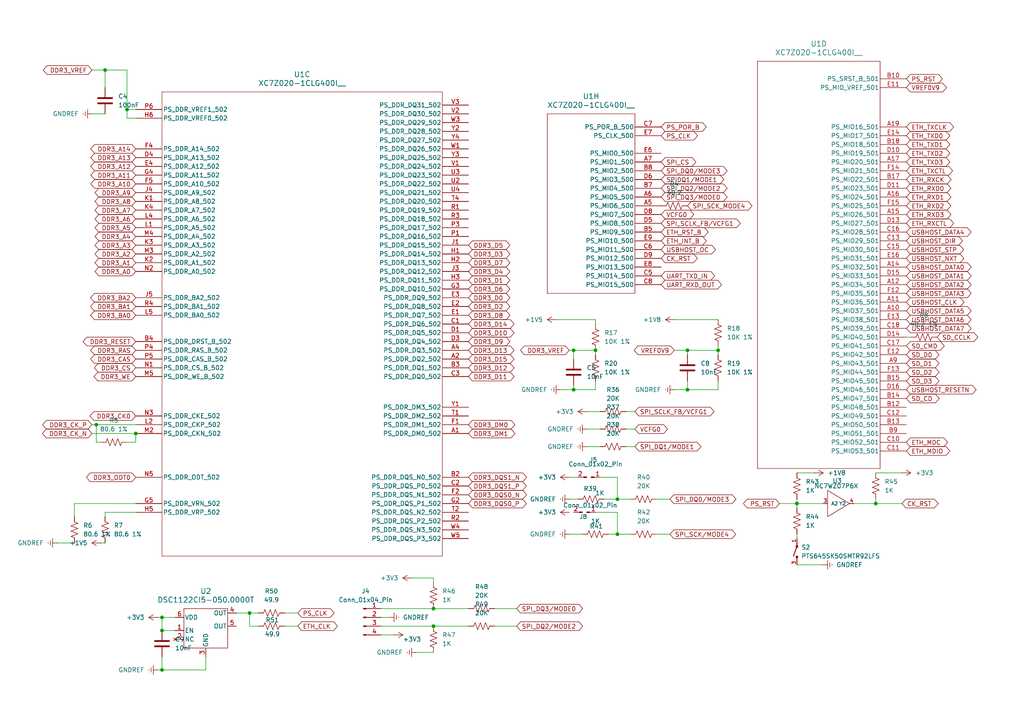
<source format=kicad_sch>
(kicad_sch (version 20231120) (generator "eeschema") (generator_version "8.0")
  (paper "A4")
  (junction (at 36.83 31.75))
  (junction (at 172.72 101.6))
  (junction (at 125.73 181.61))
  (junction (at 199.39 101.6))
  (junction (at 46.99 194.31))
  (junction (at 231.14 146.05))
  (junction (at 46.99 179.07))
  (junction (at 254 146.05))
  (junction (at 166.37 101.6))
  (junction (at 166.37 113.03))
  (junction (at 46.99 182.88))
  (junction (at 179.07 154.94))
  (junction (at 39.37 125.73))
  (junction (at 179.07 144.78))
  (junction (at 199.39 113.03))
  (junction (at 72.39 177.8))
  (junction (at 27.94 123.19))
  (junction (at 208.28 101.6))
  (junction (at 30.48 20.32))
  (junction (at 125.73 176.53))
  (wire (pts (xy 181.61 124.46) (xy 184.15 124.46)))
  (wire (pts (xy 231.14 146.05) (xy 231.14 147.32)))
  (wire (pts (xy 82.55 181.61) (xy 86.36 181.61)))
  (wire (pts (xy 165.1 138.43) (xy 167.64 138.43)))
  (wire (pts (xy 195.58 92.71) (xy 208.28 92.71)))
  (wire (pts (xy 166.37 111.76) (xy 166.37 113.03)))
  (wire (pts (xy 166.37 113.03) (xy 162.56 113.03)))
  (wire (pts (xy 165.1 144.78) (xy 167.64 144.78)))
  (wire (pts (xy 68.58 177.8) (xy 72.39 177.8)))
  (wire (pts (xy 143.51 176.53) (xy 149.86 176.53)))
  (wire (pts (xy 231.14 146.05) (xy 238.76 146.05)))
  (wire (pts (xy 199.39 110.49) (xy 199.39 113.03)))
  (wire (pts (xy 179.07 144.78) (xy 182.88 144.78)))
  (wire (pts (xy 179.07 148.59) (xy 179.07 154.94)))
  (wire (pts (xy 199.39 102.87) (xy 199.39 101.6)))
  (wire (pts (xy 72.39 177.8) (xy 74.93 177.8)))
  (wire (pts (xy 176.53 154.94) (xy 179.07 154.94)))
  (wire (pts (xy 125.73 181.61) (xy 135.89 181.61)))
  (wire (pts (xy 166.37 101.6) (xy 165.1 101.6)))
  (wire (pts (xy 30.48 148.59) (xy 39.37 148.59)))
  (wire (pts (xy 46.99 190.5) (xy 46.99 194.31)))
  (wire (pts (xy 166.37 101.6) (xy 172.72 101.6)))
  (wire (pts (xy 172.72 93.98) (xy 172.72 92.71)))
  (wire (pts (xy 208.28 101.6) (xy 199.39 101.6)))
  (wire (pts (xy 179.07 138.43) (xy 179.07 144.78)))
  (wire (pts (xy 30.48 20.32) (xy 26.67 20.32)))
  (wire (pts (xy 172.72 113.03) (xy 166.37 113.03)))
  (wire (pts (xy 110.49 179.07) (xy 113.03 179.07)))
  (wire (pts (xy 254 137.16) (xy 261.62 137.16)))
  (wire (pts (xy 21.59 149.86) (xy 21.59 146.05)))
  (wire (pts (xy 254 146.05) (xy 261.62 146.05)))
  (wire (pts (xy 45.72 179.07) (xy 46.99 179.07)))
  (wire (pts (xy 199.39 101.6) (xy 195.58 101.6)))
  (wire (pts (xy 247.65 146.05) (xy 254 146.05)))
  (wire (pts (xy 175.26 144.78) (xy 179.07 144.78)))
  (wire (pts (xy 72.39 181.61) (xy 72.39 177.8)))
  (wire (pts (xy 173.99 138.43) (xy 179.07 138.43)))
  (wire (pts (xy 231.14 163.83) (xy 238.76 163.83)))
  (wire (pts (xy 30.48 149.86) (xy 30.48 148.59)))
  (wire (pts (xy 46.99 194.31) (xy 59.69 194.31)))
  (wire (pts (xy 208.28 110.49) (xy 208.28 113.03)))
  (wire (pts (xy 39.37 34.29) (xy 36.83 34.29)))
  (wire (pts (xy 29.21 157.48) (xy 30.48 157.48)))
  (wire (pts (xy 190.5 154.94) (xy 194.31 154.94)))
  (wire (pts (xy 16.51 157.48) (xy 21.59 157.48)))
  (wire (pts (xy 262.89 97.79) (xy 264.16 97.79)))
  (wire (pts (xy 45.72 194.31) (xy 46.99 194.31)))
  (wire (pts (xy 170.18 129.54) (xy 173.99 129.54)))
  (wire (pts (xy 166.37 104.14) (xy 166.37 101.6)))
  (wire (pts (xy 172.72 101.6) (xy 172.72 102.87)))
  (wire (pts (xy 208.28 113.03) (xy 199.39 113.03)))
  (wire (pts (xy 226.06 146.05) (xy 231.14 146.05)))
  (wire (pts (xy 110.49 184.15) (xy 114.3 184.15)))
  (wire (pts (xy 170.18 124.46) (xy 173.99 124.46)))
  (wire (pts (xy 208.28 100.33) (xy 208.28 101.6)))
  (wire (pts (xy 172.72 148.59) (xy 179.07 148.59)))
  (wire (pts (xy 46.99 179.07) (xy 46.99 182.88)))
  (wire (pts (xy 27.94 123.19) (xy 39.37 123.19)))
  (wire (pts (xy 82.55 177.8) (xy 86.36 177.8)))
  (wire (pts (xy 39.37 125.73) (xy 39.37 128.27)))
  (wire (pts (xy 26.67 123.19) (xy 27.94 123.19)))
  (wire (pts (xy 26.67 33.02) (xy 30.48 33.02)))
  (wire (pts (xy 199.39 113.03) (xy 195.58 113.03)))
  (wire (pts (xy 119.38 167.64) (xy 125.73 167.64)))
  (wire (pts (xy 172.72 110.49) (xy 172.72 113.03)))
  (wire (pts (xy 231.14 137.16) (xy 236.22 137.16)))
  (wire (pts (xy 29.21 128.27) (xy 27.94 128.27)))
  (wire (pts (xy 165.1 154.94) (xy 168.91 154.94)))
  (wire (pts (xy 39.37 31.75) (xy 36.83 31.75)))
  (wire (pts (xy 125.73 176.53) (xy 135.89 176.53)))
  (wire (pts (xy 231.14 144.78) (xy 231.14 146.05)))
  (wire (pts (xy 161.29 92.71) (xy 172.72 92.71)))
  (wire (pts (xy 181.61 119.38) (xy 184.15 119.38)))
  (wire (pts (xy 254 144.78) (xy 254 146.05)))
  (wire (pts (xy 74.93 181.61) (xy 72.39 181.61)))
  (wire (pts (xy 190.5 144.78) (xy 194.31 144.78)))
  (wire (pts (xy 110.49 181.61) (xy 125.73 181.61)))
  (wire (pts (xy 30.48 20.32) (xy 36.83 20.32)))
  (wire (pts (xy 143.51 181.61) (xy 149.86 181.61)))
  (wire (pts (xy 181.61 129.54) (xy 184.15 129.54)))
  (wire (pts (xy 36.83 34.29) (xy 36.83 31.75)))
  (wire (pts (xy 46.99 179.07) (xy 50.8 179.07)))
  (wire (pts (xy 170.18 119.38) (xy 173.99 119.38)))
  (wire (pts (xy 120.65 189.23) (xy 125.73 189.23)))
  (wire (pts (xy 26.67 125.73) (xy 39.37 125.73)))
  (wire (pts (xy 231.14 154.94) (xy 231.14 156.21)))
  (wire (pts (xy 59.69 194.31) (xy 59.69 190.5)))
  (wire (pts (xy 125.73 167.64) (xy 125.73 168.91)))
  (wire (pts (xy 110.49 176.53) (xy 125.73 176.53)))
  (wire (pts (xy 36.83 31.75) (xy 36.83 20.32)))
  (wire (pts (xy 30.48 25.4) (xy 30.48 20.32)))
  (wire (pts (xy 46.99 182.88) (xy 50.8 182.88)))
  (wire (pts (xy 208.28 101.6) (xy 208.28 102.87)))
  (wire (pts (xy 39.37 128.27) (xy 36.83 128.27)))
  (wire (pts (xy 179.07 154.94) (xy 182.88 154.94)))
  (wire (pts (xy 21.59 146.05) (xy 39.37 146.05)))
  (wire (pts (xy 27.94 123.19) (xy 27.94 128.27)))
  (global_label "SPI_CS" (shape bidirectional) (at 191.77 46.99 0) (property "Intersheetrefs" "${INTERSHEET_REFS}" (effects (hide yes))))
  (global_label "SD_CD" (shape bidirectional) (at 262.89 115.57 0) (property "Intersheetrefs" "${INTERSHEET_REFS}" (effects (hide yes))))
  (global_label "PS_CLK" (shape bidirectional) (at 86.36 177.8 0) (property "Intersheetrefs" "${INTERSHEET_REFS}" (effects (hide yes))))
  (global_label "VCFG0" (shape bidirectional) (at 191.77 62.23 0) (property "Intersheetrefs" "${INTERSHEET_REFS}" (effects (hide yes))))
  (global_label "DDR3_D2" (shape bidirectional) (at 135.89 88.9 0) (property "Intersheetrefs" "${INTERSHEET_REFS}" (effects (hide yes))))
  (global_label "SPI_DQ2{slash}MODE2" (shape bidirectional) (at 149.86 181.61 0) (property "Intersheetrefs" "${INTERSHEET_REFS}" (effects (hide yes))))
  (global_label "SD_D1" (shape bidirectional) (at 262.89 105.41 0) (property "Intersheetrefs" "${INTERSHEET_REFS}" (effects (hide yes))))
  (global_label "DDR3_WE" (shape bidirectional) (at 39.37 109.22 180) (property "Intersheetrefs" "${INTERSHEET_REFS}" (effects (hide yes))))
  (global_label "USBHOST_DATA0" (shape bidirectional) (at 262.89 77.47 0) (property "Intersheetrefs" "${INTERSHEET_REFS}" (effects (hide yes))))
  (global_label "DDR3_A11" (shape bidirectional) (at 39.37 50.8 180) (property "Intersheetrefs" "${INTERSHEET_REFS}" (effects (hide yes))))
  (global_label "DDR3_VREF" (shape bidirectional) (at 165.1 101.6 180) (property "Intersheetrefs" "${INTERSHEET_REFS}" (effects (hide yes))))
  (global_label "SD_CMD" (shape bidirectional) (at 262.89 100.33 0) (property "Intersheetrefs" "${INTERSHEET_REFS}" (effects (hide yes))))
  (global_label "PS_POR_B" (shape bidirectional) (at 191.77 36.83 0) (property "Intersheetrefs" "${INTERSHEET_REFS}" (effects (hide yes))))
  (global_label "SPI_DQ3{slash}MODE0" (shape bidirectional) (at 149.86 176.53 0) (property "Intersheetrefs" "${INTERSHEET_REFS}" (effects (hide yes))))
  (global_label "ETH_RST_B" (shape bidirectional) (at 191.77 67.31 0) (property "Intersheetrefs" "${INTERSHEET_REFS}" (effects (hide yes))))
  (global_label "SD_D3" (shape bidirectional) (at 262.89 110.49 0) (property "Intersheetrefs" "${INTERSHEET_REFS}" (effects (hide yes))))
  (global_label "USBHOST_DIR" (shape bidirectional) (at 262.89 69.85 0) (property "Intersheetrefs" "${INTERSHEET_REFS}" (effects (hide yes))))
  (global_label "UART_RXD_OUT" (shape bidirectional) (at 191.77 82.55 0) (property "Intersheetrefs" "${INTERSHEET_REFS}" (effects (hide yes))))
  (global_label "DDR3_A4" (shape bidirectional) (at 39.37 68.58 180) (property "Intersheetrefs" "${INTERSHEET_REFS}" (effects (hide yes))))
  (global_label "VCFG0" (shape bidirectional) (at 184.15 124.46 0) (property "Intersheetrefs" "${INTERSHEET_REFS}" (effects (hide yes))))
  (global_label "DDR3_DQS1_N" (shape bidirectional) (at 135.89 138.43 0) (property "Intersheetrefs" "${INTERSHEET_REFS}" (effects (hide yes))))
  (global_label "UART_TXD_IN" (shape bidirectional) (at 191.77 80.01 0) (property "Intersheetrefs" "${INTERSHEET_REFS}" (effects (hide yes))))
  (global_label "PS_RST" (shape bidirectional) (at 262.89 22.86 0) (property "Intersheetrefs" "${INTERSHEET_REFS}" (effects (hide yes))))
  (global_label "USBHOST_DATA6" (shape bidirectional) (at 262.89 92.71 0) (property "Intersheetrefs" "${INTERSHEET_REFS}" (effects (hide yes))))
  (global_label "VREF0V9" (shape bidirectional) (at 262.89 25.4 0) (property "Intersheetrefs" "${INTERSHEET_REFS}" (effects (hide yes))))
  (global_label "SPI_SCK_MODE4" (shape bidirectional) (at 199.39 59.69 0) (property "Intersheetrefs" "${INTERSHEET_REFS}" (effects (hide yes))))
  (global_label "ETH_RXD2" (shape bidirectional) (at 262.89 59.69 0) (property "Intersheetrefs" "${INTERSHEET_REFS}" (effects (hide yes))))
  (global_label "DDR3_D7" (shape bidirectional) (at 135.89 76.2 0) (property "Intersheetrefs" "${INTERSHEET_REFS}" (effects (hide yes))))
  (global_label "DDR3_CK_P" (shape bidirectional) (at 26.67 123.19 180) (property "Intersheetrefs" "${INTERSHEET_REFS}" (effects (hide yes))))
  (global_label "DDR3_D8" (shape bidirectional) (at 135.89 91.44 0) (property "Intersheetrefs" "${INTERSHEET_REFS}" (effects (hide yes))))
  (global_label "SPI_DQ0{slash}MODE3" (shape bidirectional) (at 194.31 144.78 0) (property "Intersheetrefs" "${INTERSHEET_REFS}" (effects (hide yes))))
  (global_label "SD_D0" (shape bidirectional) (at 262.89 102.87 0) (property "Intersheetrefs" "${INTERSHEET_REFS}" (effects (hide yes))))
  (global_label "ETH_TXD0" (shape bidirectional) (at 262.89 39.37 0) (property "Intersheetrefs" "${INTERSHEET_REFS}" (effects (hide yes))))
  (global_label "SPI_SCK{slash}MODE4" (shape bidirectional) (at 194.31 154.94 0) (property "Intersheetrefs" "${INTERSHEET_REFS}" (effects (hide yes))))
  (global_label "DDR3_CAS" (shape bidirectional) (at 39.37 104.14 180) (property "Intersheetrefs" "${INTERSHEET_REFS}" (effects (hide yes))))
  (global_label "PS_RST" (shape bidirectional) (at 226.06 146.05 180) (property "Intersheetrefs" "${INTERSHEET_REFS}" (effects (hide yes))))
  (global_label "ETH_TXCTL" (shape bidirectional) (at 262.89 49.53 0) (property "Intersheetrefs" "${INTERSHEET_REFS}" (effects (hide yes))))
  (global_label "ETH_RXD1" (shape bidirectional) (at 262.89 57.15 0) (property "Intersheetrefs" "${INTERSHEET_REFS}" (effects (hide yes))))
  (global_label "USBHOST_DATA5" (shape bidirectional) (at 262.89 90.17 0) (property "Intersheetrefs" "${INTERSHEET_REFS}" (effects (hide yes))))
  (global_label "SD_CCLK" (shape bidirectional) (at 271.78 97.79 0) (property "Intersheetrefs" "${INTERSHEET_REFS}" (effects (hide yes))))
  (global_label "SPI_SCLK_FB{slash}VCFG1" (shape bidirectional) (at 191.77 64.77 0) (property "Intersheetrefs" "${INTERSHEET_REFS}" (effects (hide yes))))
  (global_label "USBHOST_STP" (shape bidirectional) (at 262.89 72.39 0) (property "Intersheetrefs" "${INTERSHEET_REFS}" (effects (hide yes))))
  (global_label "DDR3_DM0" (shape bidirectional) (at 135.89 123.19 0) (property "Intersheetrefs" "${INTERSHEET_REFS}" (effects (hide yes))))
  (global_label "DDR3_D9" (shape bidirectional) (at 135.89 99.06 0) (property "Intersheetrefs" "${INTERSHEET_REFS}" (effects (hide yes))))
  (global_label "USBHOST_RESETN" (shape bidirectional) (at 262.89 113.03 0) (property "Intersheetrefs" "${INTERSHEET_REFS}" (effects (hide yes))))
  (global_label "ETH_TXCLK" (shape bidirectional) (at 262.89 36.83 0) (property "Intersheetrefs" "${INTERSHEET_REFS}" (effects (hide yes))))
  (global_label "USBHOST_DATA4" (shape bidirectional) (at 262.89 67.31 0) (property "Intersheetrefs" "${INTERSHEET_REFS}" (effects (hide yes))))
  (global_label "DDR3_ODT0" (shape bidirectional) (at 39.37 138.43 180) (property "Intersheetrefs" "${INTERSHEET_REFS}" (effects (hide yes))))
  (global_label "DDR3_A9" (shape bidirectional) (at 39.37 55.88 180) (property "Intersheetrefs" "${INTERSHEET_REFS}" (effects (hide yes))))
  (global_label "USBHOST_DATA2" (shape bidirectional) (at 262.89 82.55 0) (property "Intersheetrefs" "${INTERSHEET_REFS}" (effects (hide yes))))
  (global_label "ETH_RXD3" (shape bidirectional) (at 262.89 62.23 0) (property "Intersheetrefs" "${INTERSHEET_REFS}" (effects (hide yes))))
  (global_label "SPI_DQ3{slash}MODE0" (shape bidirectional) (at 191.77 57.15 0) (property "Intersheetrefs" "${INTERSHEET_REFS}" (effects (hide yes))))
  (global_label "SD_D2" (shape bidirectional) (at 262.89 107.95 0) (property "Intersheetrefs" "${INTERSHEET_REFS}" (effects (hide yes))))
  (global_label "USBHOST_DATA7" (shape bidirectional) (at 262.89 95.25 0) (property "Intersheetrefs" "${INTERSHEET_REFS}" (effects (hide yes))))
  (global_label "ETH_TXD3" (shape bidirectional) (at 262.89 46.99 0) (property "Intersheetrefs" "${INTERSHEET_REFS}" (effects (hide yes))))
  (global_label "SPI_DQ0{slash}MODE3" (shape bidirectional) (at 191.77 49.53 0) (property "Intersheetrefs" "${INTERSHEET_REFS}" (effects (hide yes))))
  (global_label "DDR3_D3" (shape bidirectional) (at 135.89 73.66 0) (property "Intersheetrefs" "${INTERSHEET_REFS}" (effects (hide yes))))
  (global_label "DDR3_A0" (shape bidirectional) (at 39.37 78.74 180) (property "Intersheetrefs" "${INTERSHEET_REFS}" (effects (hide yes))))
  (global_label "DDR3_D10" (shape bidirectional) (at 135.89 96.52 0) (property "Intersheetrefs" "${INTERSHEET_REFS}" (effects (hide yes))))
  (global_label "DDR3_D12" (shape bidirectional) (at 135.89 106.68 0) (property "Intersheetrefs" "${INTERSHEET_REFS}" (effects (hide yes))))
  (global_label "CK_RST" (shape bidirectional) (at 261.62 146.05 0) (property "Intersheetrefs" "${INTERSHEET_REFS}" (effects (hide yes))))
  (global_label "DDR3_A1" (shape bidirectional) (at 39.37 76.2 180) (property "Intersheetrefs" "${INTERSHEET_REFS}" (effects (hide yes))))
  (global_label "DDR3_D15" (shape bidirectional) (at 135.89 104.14 0) (property "Intersheetrefs" "${INTERSHEET_REFS}" (effects (hide yes))))
  (global_label "DDR3_D4" (shape bidirectional) (at 135.89 78.74 0) (property "Intersheetrefs" "${INTERSHEET_REFS}" (effects (hide yes))))
  (global_label "DDR3_DQS0_P" (shape bidirectional) (at 135.89 146.05 0) (property "Intersheetrefs" "${INTERSHEET_REFS}" (effects (hide yes))))
  (global_label "DDR3_D13" (shape bidirectional) (at 135.89 101.6 0) (property "Intersheetrefs" "${INTERSHEET_REFS}" (effects (hide yes))))
  (global_label "ETH_MDIO" (shape bidirectional) (at 262.89 130.81 0) (property "Intersheetrefs" "${INTERSHEET_REFS}" (effects (hide yes))))
  (global_label "DDR3_CS" (shape bidirectional) (at 39.37 106.68 180) (property "Intersheetrefs" "${INTERSHEET_REFS}" (effects (hide yes))))
  (global_label "DDR3_D5" (shape bidirectional) (at 135.89 71.12 0) (property "Intersheetrefs" "${INTERSHEET_REFS}" (effects (hide yes))))
  (global_label "DDR3_A13" (shape bidirectional) (at 39.37 45.72 180) (property "Intersheetrefs" "${INTERSHEET_REFS}" (effects (hide yes))))
  (global_label "SPI_DQ2{slash}MODE2" (shape bidirectional) (at 191.77 54.61 0) (property "Intersheetrefs" "${INTERSHEET_REFS}" (effects (hide yes))))
  (global_label "DDR3_BA1" (shape bidirectional) (at 39.37 88.9 180) (property "Intersheetrefs" "${INTERSHEET_REFS}" (effects (hide yes))))
  (global_label "PS_CLK" (shape bidirectional) (at 191.77 39.37 0) (property "Intersheetrefs" "${INTERSHEET_REFS}" (effects (hide yes))))
  (global_label "USBHOST_CLK" (shape bidirectional) (at 262.89 87.63 0) (property "Intersheetrefs" "${INTERSHEET_REFS}" (effects (hide yes))))
  (global_label "DDR3_BA2" (shape bidirectional) (at 39.37 86.36 180) (property "Intersheetrefs" "${INTERSHEET_REFS}" (effects (hide yes))))
  (global_label "DDR3_A6" (shape bidirectional) (at 39.37 63.5 180) (property "Intersheetrefs" "${INTERSHEET_REFS}" (effects (hide yes))))
  (global_label "DDR3_A12" (shape bidirectional) (at 39.37 48.26 180) (property "Intersheetrefs" "${INTERSHEET_REFS}" (effects (hide yes))))
  (global_label "DDR3_DM1" (shape bidirectional) (at 135.89 125.73 0) (property "Intersheetrefs" "${INTERSHEET_REFS}" (effects (hide yes))))
  (global_label "DDR3_DQS1_P" (shape bidirectional) (at 135.89 140.97 0) (property "Intersheetrefs" "${INTERSHEET_REFS}" (effects (hide yes))))
  (global_label "USBHOST_DATA1" (shape bidirectional) (at 262.89 80.01 0) (property "Intersheetrefs" "${INTERSHEET_REFS}" (effects (hide yes))))
  (global_label "ETH_CLK" (shape bidirectional) (at 86.36 181.61 0) (property "Intersheetrefs" "${INTERSHEET_REFS}" (effects (hide yes))))
  (global_label "DDR3_A7" (shape bidirectional) (at 39.37 60.96 180) (property "Intersheetrefs" "${INTERSHEET_REFS}" (effects (hide yes))))
  (global_label "DDR3_DQS0_N" (shape bidirectional) (at 135.89 143.51 0) (property "Intersheetrefs" "${INTERSHEET_REFS}" (effects (hide yes))))
  (global_label "ETH_RXCTL" (shape bidirectional) (at 262.89 64.77 0) (property "Intersheetrefs" "${INTERSHEET_REFS}" (effects (hide yes))))
  (global_label "DDR3_A5" (shape bidirectional) (at 39.37 66.04 180) (property "Intersheetrefs" "${INTERSHEET_REFS}" (effects (hide yes))))
  (global_label "DDR3_RAS" (shape bidirectional) (at 39.37 101.6 180) (property "Intersheetrefs" "${INTERSHEET_REFS}" (effects (hide yes))))
  (global_label "DDR3_D6" (shape bidirectional) (at 135.89 83.82 0) (property "Intersheetrefs" "${INTERSHEET_REFS}" (effects (hide yes))))
  (global_label "DDR3_D14" (shape bidirectional) (at 135.89 93.98 0) (property "Intersheetrefs" "${INTERSHEET_REFS}" (effects (hide yes))))
  (global_label "SPI_DQ1{slash}MODE1" (shape bidirectional) (at 184.15 129.54 0) (property "Intersheetrefs" "${INTERSHEET_REFS}" (effects (hide yes))))
  (global_label "ETH_INT_B" (shape bidirectional) (at 191.77 69.85 0) (property "Intersheetrefs" "${INTERSHEET_REFS}" (effects (hide yes))))
  (global_label "DDR3_D11" (shape bidirectional) (at 135.89 109.22 0) (property "Intersheetrefs" "${INTERSHEET_REFS}" (effects (hide yes))))
  (global_label "VREF0V9" (shape bidirectional) (at 195.58 101.6 180) (property "Intersheetrefs" "${INTERSHEET_REFS}" (effects (hide yes))))
  (global_label "DDR3_CK0" (shape bidirectional) (at 39.37 120.65 180) (property "Intersheetrefs" "${INTERSHEET_REFS}" (effects (hide yes))))
  (global_label "ETH_TXD1" (shape bidirectional) (at 262.89 41.91 0) (property "Intersheetrefs" "${INTERSHEET_REFS}" (effects (hide yes))))
  (global_label "DDR3_A14" (shape bidirectional) (at 39.37 43.18 180) (property "Intersheetrefs" "${INTERSHEET_REFS}" (effects (hide yes))))
  (global_label "ETH_TXD2" (shape bidirectional) (at 262.89 44.45 0) (property "Intersheetrefs" "${INTERSHEET_REFS}" (effects (hide yes))))
  (global_label "DDR3_BA0" (shape bidirectional) (at 39.37 91.44 180) (property "Intersheetrefs" "${INTERSHEET_REFS}" (effects (hide yes))))
  (global_label "DDR3_A3" (shape bidirectional) (at 39.37 71.12 180) (property "Intersheetrefs" "${INTERSHEET_REFS}" (effects (hide yes))))
  (global_label "DDR3_A8" (shape bidirectional) (at 39.37 58.42 180) (property "Intersheetrefs" "${INTERSHEET_REFS}" (effects (hide yes))))
  (global_label "USBHOST_OC" (shape bidirectional) (at 191.77 72.39 0) (property "Intersheetrefs" "${INTERSHEET_REFS}" (effects (hide yes))))
  (global_label "USBHOST_DATA3" (shape bidirectional) (at 262.89 85.09 0) (property "Intersheetrefs" "${INTERSHEET_REFS}" (effects (hide yes))))
  (global_label "ETH_RXCK" (shape bidirectional) (at 262.89 52.07 0) (property "Intersheetrefs" "${INTERSHEET_REFS}" (effects (hide yes))))
  (global_label "DDR3_VREF" (shape bidirectional) (at 26.67 20.32 180) (property "Intersheetrefs" "${INTERSHEET_REFS}" (effects (hide yes))))
  (global_label "DDR3_A2" (shape bidirectional) (at 39.37 73.66 180) (property "Intersheetrefs" "${INTERSHEET_REFS}" (effects (hide yes))))
  (global_label "ETH_RXD0" (shape bidirectional) (at 262.89 54.61 0) (property "Intersheetrefs" "${INTERSHEET_REFS}" (effects (hide yes))))
  (global_label "SPIDQ1{slash}MODE1" (shape bidirectional) (at 191.77 52.07 0) (property "Intersheetrefs" "${INTERSHEET_REFS}" (effects (hide yes))))
  (global_label "USBHOST_NXT" (shape bidirectional) (at 262.89 74.93 0) (property "Intersheetrefs" "${INTERSHEET_REFS}" (effects (hide yes))))
  (global_label "CK_RST" (shape bidirectional) (at 191.77 74.93 0) (property "Intersheetrefs" "${INTERSHEET_REFS}" (effects (hide yes))))
  (global_label "DDR3_CK_N" (shape bidirectional) (at 26.67 125.73 180) (property "Intersheetrefs" "${INTERSHEET_REFS}" (effects (hide yes))))
  (global_label "ETH_MDC" (shape bidirectional) (at 262.89 128.27 0) (property "Intersheetrefs" "${INTERSHEET_REFS}" (effects (hide yes))))
  (global_label "DDR3_D1" (shape bidirectional) (at 135.89 81.28 0) (property "Intersheetrefs" "${INTERSHEET_REFS}" (effects (hide yes))))
  (global_label "DDR3_A10" (shape bidirectional) (at 39.37 53.34 180) (property "Intersheetrefs" "${INTERSHEET_REFS}" (effects (hide yes))))
  (global_label "DDR3_RESET" (shape bidirectional) (at 39.37 99.06 180) (property "Intersheetrefs" "${INTERSHEET_REFS}" (effects (hide yes))))
  (global_label "SPI_SCLK_FB{slash}VCFG1" (shape bidirectional) (at 184.15 119.38 0) (property "Intersheetrefs" "${INTERSHEET_REFS}" (effects (hide yes))))
  (global_label "DDR3_D0" (shape bidirectional) (at 135.89 86.36 0) (property "Intersheetrefs" "${INTERSHEET_REFS}" (effects (hide yes))))
  (symbol (lib_id "power:+1V5") (at 161.29 92.71 90) (unit 1)
    (property "Reference" "#PWR096" (effects (hide yes)))
    (property "Value" "+1V5" (at 157.48 92.7099 90) (effects (justify left)))
    (property "Description" "Power symbol creates a global label with name \"+1V5\"" (effects (hide yes)))
  )
  (symbol (lib_id "xc7z020-1clg400i_complete:XC7Z020-1CLG400I__") (at 241.3 45.72 0) (unit 4)
    (property "Reference" "U1" (at 237.49 12.7 0) (effects (font (size 1.524 1.524))))
    (property "Value" "XC7Z020-1CLG400I__" (at 237.49 15.24 0) (effects (font (size 1.524 1.524))))
    (property "Footprint" "XC7Z020-1CLG400I:CLG400_ZYNQ-7000_AMD" (effects (hide yes)))
    (property "Datasheet" "XC7Z020-1CLG400I" (effects (hide yes)))
  )
  (symbol (lib_id "Device:R_US") (at 125.73 185.42 180) (unit 1)
    (property "Reference" "R47" (at 128.27 184.1499 0) (effects (justify right)))
    (property "Value" "1K" (at 128.27 186.6899 0) (effects (justify right)))
    (property "Footprint" "footprints:R_0402" (effects (hide yes)))
    (property "Description" "Resistor, US symbol" (effects (hide yes)))
  )
  (symbol (lib_id "Device:R_US") (at 177.8 119.38 90) (unit 1)
    (property "Reference" "R36" (at 177.8 113.03 90))
    (property "Value" "20K" (at 177.8 115.57 90))
    (property "Footprint" "footprints:R_0402" (effects (hide yes)))
    (property "Description" "Resistor, US symbol" (effects (hide yes)))
  )
  (symbol (lib_id "Device:R_US") (at 172.72 154.94 90) (unit 1)
    (property "Reference" "R41" (at 172.974 152.654 90))
    (property "Value" "1K" (at 172.72 151.13 90))
    (property "Footprint" "footprints:R_0402" (effects (hide yes)))
    (property "Description" "Resistor, US symbol" (effects (hide yes)))
  )
  (symbol (lib_id "power:+1V5") (at 29.21 157.48 90) (unit 1)
    (property "Reference" "#PWR095" (effects (hide yes)))
    (property "Value" "+1V5" (at 25.4 157.4799 90) (effects (justify left)))
    (property "Description" "Power symbol creates a global label with name \"+1V5\"" (effects (hide yes)))
  )
  (symbol (lib_id "Device:R_US") (at 78.74 177.8 270) (unit 1)
    (property "Reference" "R50" (at 78.74 171.45 90))
    (property "Value" "49.9" (at 78.74 173.99 90))
    (property "Footprint" "footprints:R_0402" (effects (hide yes)))
    (property "Description" "Resistor, US symbol" (effects (hide yes)))
  )
  (symbol (lib_id "NC7WZ07P6X:NC7WZ07P6X") (at 242.57 140.97 0) (unit 1)
    (property "Reference" "U3" (at 242.824 139.446 0))
    (property "Value" "NC7WZ07P6X" (at 242.57 140.97 0))
    (property "Footprint" "footprints:NC7WZ07P6X" (effects (hide yes)))
    (property "SUPPLIER" "FAIRCHILD SEMICONDUCTOR" (effects (hide yes)))
    (property "OC_FARNELL" "1470998" (effects (hide yes)))
    (property "OC_NEWARK" "58K9469" (effects (hide yes)))
    (property "MPN" "NC7WZ07P6X" (effects (hide yes)))
    (property "PACKAGE" "SC-70-6" (effects (hide yes)))
  )
  (symbol (lib_id "power:GNDREF") (at 165.1 144.78 270) (unit 1)
    (property "Reference" "#PWR0119" (effects (hide yes)))
    (property "Value" "GNDREF" (at 161.29 144.7799 90) (effects (justify right)))
    (property "Description" "Power symbol creates a global label with name \"GNDREF\" , reference supply ground" (effects (hide yes)))
  )
  (symbol (lib_id "Device:R_US") (at 33.02 128.27 90) (unit 1)
    (property "Reference" "R5" (at 33.02 121.92 90))
    (property "Value" "80.6 1%" (at 33.02 124.46 90))
    (property "Footprint" "footprints:R_0402" (effects (hide yes)))
    (property "Description" "Resistor, US symbol" (effects (hide yes)))
  )
  (symbol (lib_id "Device:R_US") (at 208.28 106.68 0) (unit 1)
    (property "Reference" "R19" (at 210.82 105.4099 0) (effects (justify left)))
    (property "Value" "10K 1%" (at 210.82 107.9499 0) (effects (justify left)))
    (property "Footprint" "footprints:R_0402" (effects (hide yes)))
    (property "Description" "Resistor, US symbol" (effects (hide yes)))
  )
  (symbol (lib_id "power:GNDREF") (at 170.18 124.46 270) (unit 1)
    (property "Reference" "#PWR0100" (effects (hide yes)))
    (property "Value" "GNDREF" (at 166.37 124.4599 90) (effects (justify right)))
    (property "Description" "Power symbol creates a global label with name \"GNDREF\" , reference supply ground" (effects (hide yes)))
  )
  (symbol (lib_id "power:GNDREF") (at 238.76 163.83 90) (unit 1)
    (property "Reference" "#PWR0123" (effects (hide yes)))
    (property "Value" "GNDREF" (at 242.57 163.8299 90) (effects (justify right)))
    (property "Description" "Power symbol creates a global label with name \"GNDREF\" , reference supply ground" (effects (hide yes)))
  )
  (symbol (lib_id "Device:R_US") (at 172.72 106.68 0) (unit 1)
    (property "Reference" "R20" (at 175.26 105.4099 0) (effects (justify left)))
    (property "Value" "10K 1%" (at 175.26 107.9499 0) (effects (justify left)))
    (property "Footprint" "footprints:R_0402" (effects (hide yes)))
    (property "Description" "Resistor, US symbol" (effects (hide yes)))
  )
  (symbol (lib_id "power:+3V3") (at 170.18 119.38 90) (unit 1)
    (property "Reference" "#PWR0130" (effects (hide yes)))
    (property "Value" "+3V3" (at 166.37 119.3799 90) (effects (justify left)))
    (property "Description" "Power symbol creates a global label with name \"+3V3\"" (effects (hide yes)))
  )
  (symbol (lib_id "power:GNDREF") (at 162.56 113.03 270) (unit 1)
    (property "Reference" "#PWR098" (effects (hide yes)))
    (property "Value" "GNDREF" (at 158.75 113.0299 90) (effects (justify right)))
    (property "Description" "Power symbol creates a global label with name \"GNDREF\" , reference supply ground" (effects (hide yes)))
  )
  (symbol (lib_id "power:+3V3") (at 165.1 138.43 90) (unit 1)
    (property "Reference" "#PWR099" (effects (hide yes)))
    (property "Value" "+3V3" (at 161.29 138.4299 90) (effects (justify left)))
    (property "Description" "Power symbol creates a global label with name \"+3V3\"" (effects (hide yes)))
  )
  (symbol (lib_id "Device:C") (at 199.39 106.68 0) (unit 1)
    (property "Reference" "C8" (at 203.2 105.4099 0) (effects (justify left)))
    (property "Value" "10nF" (at 203.2 107.9499 0) (effects (justify left)))
    (property "Footprint" "footprints:C_0402" (effects (hide yes)))
    (property "Description" "Unpolarized capacitor" (effects (hide yes)))
  )
  (symbol (lib_id "Device:R_US") (at 30.48 153.67 180) (unit 1)
    (property "Reference" "R7" (at 33.02 152.3999 0) (effects (justify right)))
    (property "Value" "80.6 1%" (at 33.02 154.9399 0) (effects (justify right)))
    (property "Footprint" "footprints:R_0402" (effects (hide yes)))
    (property "Description" "Resistor, US symbol" (effects (hide yes)))
  )
  (symbol (lib_id "Device:R_US") (at 177.8 129.54 90) (unit 1)
    (property "Reference" "R38" (at 177.8 123.19 90))
    (property "Value" "20K" (at 177.8 125.73 90))
    (property "Footprint" "footprints:R_0402" (effects (hide yes)))
    (property "Description" "Resistor, US symbol" (effects (hide yes)))
  )
  (symbol (lib_id "power:+3V3") (at 119.38 167.64 90) (unit 1)
    (property "Reference" "#PWR0124" (effects (hide yes)))
    (property "Value" "+3V3" (at 115.57 167.6399 90) (effects (justify left)))
    (property "Description" "Power symbol creates a global label with name \"+3V3\"" (effects (hide yes)))
  )
  (symbol (lib_id "power:+1V8") (at 236.22 137.16 270) (unit 1)
    (property "Reference" "#PWR0122" (effects (hide yes)))
    (property "Value" "+1V8" (at 240.03 137.1599 90) (effects (justify left)))
    (property "Description" "Power symbol creates a global label with name \"+1V8\"" (effects (hide yes)))
  )
  (symbol (lib_id "power:GNDREF") (at 16.51 157.48 270) (unit 1)
    (property "Reference" "#PWR094" (effects (hide yes)))
    (property "Value" "GNDREF" (at 12.7 157.4799 90) (effects (justify right)))
    (property "Description" "Power symbol creates a global label with name \"GNDREF\" , reference supply ground" (effects (hide yes)))
  )
  (symbol (lib_id "Device:C") (at 166.37 107.95 0) (unit 1)
    (property "Reference" "C5" (at 170.18 106.6799 0) (effects (justify left)))
    (property "Value" "10nF" (at 170.18 109.2199 0) (effects (justify left)))
    (property "Footprint" "footprints:C_0402" (effects (hide yes)))
    (property "Description" "Unpolarized capacitor" (effects (hide yes)))
  )
  (symbol (lib_id "Device:R_US") (at 139.7 176.53 270) (unit 1)
    (property "Reference" "R48" (at 139.7 170.18 90))
    (property "Value" "20K" (at 139.7 172.72 90))
    (property "Footprint" "footprints:R_0402" (effects (hide yes)))
    (property "Description" "Resistor, US symbol" (effects (hide yes)))
  )
  (symbol (lib_id "power:GNDREF") (at 195.58 113.03 270) (unit 1)
    (property "Reference" "#PWR0132" (effects (hide yes)))
    (property "Value" "GNDREF" (at 191.77 113.0299 90) (effects (justify right)))
    (property "Description" "Power symbol creates a global label with name \"GNDREF\" , reference supply ground" (effects (hide yes)))
  )
  (symbol (lib_id "Device:R_US") (at 139.7 181.61 270) (unit 1)
    (property "Reference" "R49" (at 139.7 175.26 90))
    (property "Value" "20K" (at 139.7 177.8 90))
    (property "Footprint" "footprints:R_0402" (effects (hide yes)))
    (property "Description" "Resistor, US symbol" (effects (hide yes)))
  )
  (symbol (lib_id "Device:R_US") (at 172.72 97.79 0) (unit 1)
    (property "Reference" "R17" (at 175.26 96.5199 0) (effects (justify left)))
    (property "Value" "10K 1%" (at 175.26 99.0599 0) (effects (justify left)))
    (property "Footprint" "footprints:R_0402" (effects (hide yes)))
    (property "Description" "Resistor, US symbol" (effects (hide yes)))
  )
  (symbol (lib_id "power:GNDREF") (at 45.72 194.31 270) (unit 1)
    (property "Reference" "#PWR0129" (effects (hide yes)))
    (property "Value" "GNDREF" (at 41.91 194.3099 90) (effects (justify right)))
    (property "Description" "Power symbol creates a global label with name \"GNDREF\" , reference supply ground" (effects (hide yes)))
  )
  (symbol (lib_id "power:+3V3") (at 114.3 184.15 270) (unit 1)
    (property "Reference" "#PWR0125" (effects (hide yes)))
    (property "Value" "+3V3" (at 116.84 185.42 90) (effects (justify left)))
    (property "Description" "Power symbol creates a global label with name \"+3V3\"" (effects (hide yes)))
  )
  (symbol (lib_id "Connector:Conn_01x04_Pin") (at 105.41 179.07 0) (unit 1)
    (property "Reference" "J4" (at 106.045 171.45 0))
    (property "Value" "Conn_01x04_Pin" (at 106.045 173.99 0))
    (property "Footprint" "footprints:CONN_PZ254V-11-04P_XFC" (effects (hide yes)))
    (property "Description" "Generic connector, single row, 01x04, script generated" (effects (hide yes)))
  )
  (symbol (lib_id "power:+3V3") (at 261.62 137.16 270) (unit 1)
    (property "Reference" "#PWR0121" (effects (hide yes)))
    (property "Value" "+3V3" (at 265.43 137.1599 90) (effects (justify left)))
    (property "Description" "Power symbol creates a global label with name \"+3V3\"" (effects (hide yes)))
  )
  (symbol (lib_name "Conn_01x02_Pin_1") (lib_id "Connector:Conn_01x02_Pin") (at 170.18 148.59 0) (unit 1)
    (property "Reference" "J8" (at 169.164 149.86 0))
    (property "Value" "Conn_01x02_Pin" (at 171.196 146.558 0))
    (property "Footprint" "footprints:CONN_PZ254V-11-02P_02P_XFC" (effects (hide yes)))
    (property "Description" "Generic connector, single row, 01x02, script generated" (effects (hide yes)))
  )
  (symbol (lib_id "PTS645SK50SMTR92LFS:PTS645SK50SMTR92LFS") (at 231.14 160.02 0) (unit 1)
    (property "Reference" "S2" (at 232.41 158.7499 0) (effects (justify left)))
    (property "Value" "PTS645SK50SMTR92LFS" (at 232.41 161.2899 0) (effects (justify left)))
    (property "Footprint" "footprints:SW_PTS645SK50SMTR92LFS" (effects (hide yes)))
    (property "STANDARD" "Manufacturer Recommendations" (effects (hide yes)))
    (property "MANUFACTURER" "CnK" (effects (hide yes)))
  )
  (symbol (lib_id "power:+3V3") (at 45.72 179.07 90) (unit 1)
    (property "Reference" "#PWR0128" (effects (hide yes)))
    (property "Value" "+3V3" (at 41.91 179.0699 90) (effects (justify left)))
    (property "Description" "Power symbol creates a global label with name \"+3V3\"" (effects (hide yes)))
  )
  (symbol (lib_id "Device:R_US") (at 254 140.97 180) (unit 1)
    (property "Reference" "R45" (at 256.54 139.6999 0) (effects (justify right)))
    (property "Value" "1K" (at 256.54 142.2399 0) (effects (justify right)))
    (property "Footprint" "footprints:R_0402" (effects (hide yes)))
    (property "Description" "Resistor, US symbol" (effects (hide yes)))
  )
  (symbol (lib_id "Device:R_US") (at 195.58 59.69 90) (unit 1)
    (property "Reference" "R4" (at 195.58 53.34 90))
    (property "Value" "40.2" (at 195.58 55.88 90))
    (property "Footprint" "footprints:R_0402" (effects (hide yes)))
    (property "Description" "Resistor, US symbol" (effects (hide yes)))
  )
  (symbol (lib_id "Device:R_US") (at 171.45 144.78 90) (unit 1)
    (property "Reference" "R39" (at 171.196 141.732 90))
    (property "Value" "1K" (at 173.99 143.002 90))
    (property "Footprint" "footprints:R_0402" (effects (hide yes)))
    (property "Description" "Resistor, US symbol" (effects (hide yes)))
  )
  (symbol (lib_id "2025-04-06_19-32-54:DSC1122CI5-050.0000T") (at 40.64 179.07 0) (unit 1)
    (property "Reference" "U2" (at 59.69 171.45 0) (effects (font (size 1.524 1.524))))
    (property "Value" "DSC1122CI5-050.0000T" (at 59.69 173.99 0) (effects (font (size 1.524 1.524))))
    (property "Footprint" "footprints:VDFN6_3P2X2P5_MCH" (effects (hide yes)))
    (property "Datasheet" "DSC1122CI5-050.0000T" (effects (hide yes)))
  )
  (symbol (lib_id "power:+1V8") (at 195.58 92.71 90) (unit 1)
    (property "Reference" "#PWR097" (effects (hide yes)))
    (property "Value" "+1V8" (at 191.77 92.7099 90) (effects (justify left)))
    (property "Description" "Power symbol creates a global label with name \"+1V8\"" (effects (hide yes)))
  )
  (symbol (lib_id "power:GNDREF") (at 170.18 129.54 270) (unit 1)
    (property "Reference" "#PWR0131" (effects (hide yes)))
    (property "Value" "GNDREF" (at 166.37 129.5399 90) (effects (justify right)))
    (property "Description" "Power symbol creates a global label with name \"GNDREF\" , reference supply ground" (effects (hide yes)))
  )
  (symbol (lib_id "Device:R_US") (at 208.28 96.52 0) (unit 1)
    (property "Reference" "R18" (at 210.82 95.2499 0) (effects (justify left)))
    (property "Value" "10K 1%" (at 210.82 97.7899 0) (effects (justify left)))
    (property "Footprint" "footprints:R_0402" (effects (hide yes)))
    (property "Description" "Resistor, US symbol" (effects (hide yes)))
  )
  (symbol (lib_id "Device:C") (at 46.99 186.69 0) (unit 1)
    (property "Reference" "C9" (at 50.8 185.4199 0) (effects (justify left)))
    (property "Value" "10nF" (at 50.8 187.9599 0) (effects (justify left)))
    (property "Footprint" "footprints:C_0402" (effects (hide yes)))
    (property "Description" "Unpolarized capacitor" (effects (hide yes)))
  )
  (symbol (lib_id "Device:R_US") (at 125.73 172.72 180) (unit 1)
    (property "Reference" "R46" (at 128.27 171.4499 0) (effects (justify right)))
    (property "Value" "1K" (at 128.27 173.9899 0) (effects (justify right)))
    (property "Footprint" "footprints:R_0402" (effects (hide yes)))
    (property "Description" "Resistor, US symbol" (effects (hide yes)))
  )
  (symbol (lib_id "Device:R_US") (at 231.14 140.97 0) (unit 1)
    (property "Reference" "R43" (at 233.68 139.6999 0) (effects (justify left)))
    (property "Value" "1K" (at 233.68 142.2399 0) (effects (justify left)))
    (property "Footprint" "footprints:R_0402" (effects (hide yes)))
    (property "Description" "Resistor, US symbol" (effects (hide yes)))
  )
  (symbol (lib_id "power:+3V3") (at 165.1 148.59 90) (unit 1)
    (property "Reference" "#PWR0118" (effects (hide yes)))
    (property "Value" "+3V3" (at 161.29 148.5899 90) (effects (justify left)))
    (property "Description" "Power symbol creates a global label with name \"+3V3\"" (effects (hide yes)))
  )
  (symbol (lib_id "xc7z020-1clg400i_complete:XC7Z020-1CLG400I__") (at 114.3 26.67 0) (unit 8)
    (property "Reference" "U1" (at 171.45 27.94 0) (effects (font (size 1.524 1.524))))
    (property "Value" "XC7Z020-1CLG400I__" (at 171.45 30.48 0) (effects (font (size 1.524 1.524))))
    (property "Footprint" "XC7Z020-1CLG400I:CLG400_ZYNQ-7000_AMD" (effects (hide yes)))
    (property "Datasheet" "XC7Z020-1CLG400I" (effects (hide yes)))
  )
  (symbol (lib_id "Device:C") (at 30.48 29.21 0) (unit 1)
    (property "Reference" "C4" (at 34.29 27.9399 0) (effects (justify left)))
    (property "Value" "100nF" (at 34.29 30.4799 0) (effects (justify left)))
    (property "Footprint" "footprints:C_0402" (effects (hide yes)))
    (property "Description" "Unpolarized capacitor" (effects (hide yes)))
  )
  (symbol (lib_id "power:GNDREF") (at 26.67 33.02 270) (unit 1)
    (property "Reference" "#PWR093" (effects (hide yes)))
    (property "Value" "GNDREF" (at 22.86 33.0199 90) (effects (justify right)))
    (property "Description" "Power symbol creates a global label with name \"GNDREF\" , reference supply ground" (effects (hide yes)))
  )
  (symbol (lib_id "Device:R_US") (at 267.97 97.79 90) (unit 1)
    (property "Reference" "R8" (at 267.97 91.44 90))
    (property "Value" "40.2 1%" (at 267.97 93.98 90))
    (property "Footprint" "footprints:R_0402" (effects (hide yes)))
    (property "Description" "Resistor, US symbol" (effects (hide yes)))
  )
  (symbol (lib_id "Device:R_US") (at 21.59 153.67 180) (unit 1)
    (property "Reference" "R6" (at 24.13 152.3999 0) (effects (justify right)))
    (property "Value" "80.6 1%" (at 24.13 154.9399 0) (effects (justify right)))
    (property "Footprint" "footprints:R_0402" (effects (hide yes)))
    (property "Description" "Resistor, US symbol" (effects (hide yes)))
  )
  (symbol (lib_id "xc7z020-1clg400i_complete:XC7Z020-1CLG400I__") (at 39.37 31.75 0) (unit 3)
    (property "Reference" "U1" (at 87.63 21.59 0) (effects (font (size 1.524 1.524))))
    (property "Value" "XC7Z020-1CLG400I__" (at 87.63 24.13 0) (effects (font (size 1.524 1.524))))
    (property "Footprint" "XC7Z020-1CLG400I:CLG400_ZYNQ-7000_AMD" (effects (hide yes)))
    (property "Datasheet" "XC7Z020-1CLG400I" (effects (hide yes)))
  )
  (symbol (lib_id "power:GNDREF") (at 165.1 154.94 270) (unit 1)
    (property "Reference" "#PWR0120" (effects (hide yes)))
    (property "Value" "GNDREF" (at 161.29 154.9399 90) (effects (justify right)))
    (property "Description" "Power symbol creates a global label with name \"GNDREF\" , reference supply ground" (effects (hide yes)))
  )
  (symbol (lib_name "Conn_01x02_Pin_1") (lib_id "Connector:Conn_01x02_Pin") (at 171.45 138.43 0) (unit 1)
    (property "Reference" "J5" (at 172.085 133.35 0))
    (property "Value" "Conn_01x02_Pin" (at 172.72 134.62 0))
    (property "Footprint" "footprints:CONN_PZ254V-11-02P_02P_XFC" (effects (hide yes)))
    (property "Description" "Generic connector, single row, 01x02, script generated" (effects (hide yes)))
  )
  (symbol (lib_id "Device:R_US") (at 186.69 144.78 90) (unit 1)
    (property "Reference" "R40" (at 186.69 138.43 90))
    (property "Value" "20K" (at 186.69 140.97 90))
    (property "Footprint" "footprints:R_0402" (effects (hide yes)))
    (property "Description" "Resistor, US symbol" (effects (hide yes)))
  )
  (symbol (lib_id "Device:R_US") (at 186.69 154.94 90) (unit 1)
    (property "Reference" "R42" (at 186.69 148.59 90))
    (property "Value" "20K" (at 186.69 151.13 90))
    (property "Footprint" "footprints:R_0402" (effects (hide yes)))
    (property "Description" "Resistor, US symbol" (effects (hide yes)))
  )
  (symbol (lib_id "power:GNDREF") (at 113.03 179.07 90) (unit 1)
    (property "Reference" "#PWR0127" (effects (hide yes)))
    (property "Value" "GNDREF" (at 116.84 179.0699 90) (effects (justify right)))
    (property "Description" "Power symbol creates a global label with name \"GNDREF\" , reference supply ground" (effects (hide yes)))
  )
  (symbol (lib_id "Device:R_US") (at 231.14 151.13 180) (unit 1)
    (property "Reference" "R44" (at 233.68 149.8599 0) (effects (justify right)))
    (property "Value" "1K" (at 233.68 152.3999 0) (effects (justify right)))
    (property "Footprint" "footprints:R_0402" (effects (hide yes)))
    (property "Description" "Resistor, US symbol" (effects (hide yes)))
  )
  (symbol (lib_id "Device:R_US") (at 177.8 124.46 90) (unit 1)
    (property "Reference" "R37" (at 177.8 118.11 90))
    (property "Value" "20K" (at 177.8 120.65 90))
    (property "Footprint" "footprints:R_0402" (effects (hide yes)))
    (property "Description" "Resistor, US symbol" (effects (hide yes)))
  )
  (symbol (lib_id "Device:R_US") (at 78.74 181.61 270) (unit 1)
    (property "Reference" "R51" (at 78.994 179.832 90))
    (property "Value" "49.9" (at 78.994 183.896 90))
    (property "Footprint" "footprints:R_0402" (effects (hide yes)))
    (property "Description" "Resistor, US symbol" (effects (hide yes)))
  )
  (symbol (lib_id "power:GNDREF") (at 120.65 189.23 270) (unit 1)
    (property "Reference" "#PWR0126" (effects (hide yes)))
    (property "Value" "GNDREF" (at 116.84 189.2299 90) (effects (justify right)))
    (property "Description" "Power symbol creates a global label with name \"GNDREF\" , reference supply ground" (effects (hide yes)))
  )
)
</source>
